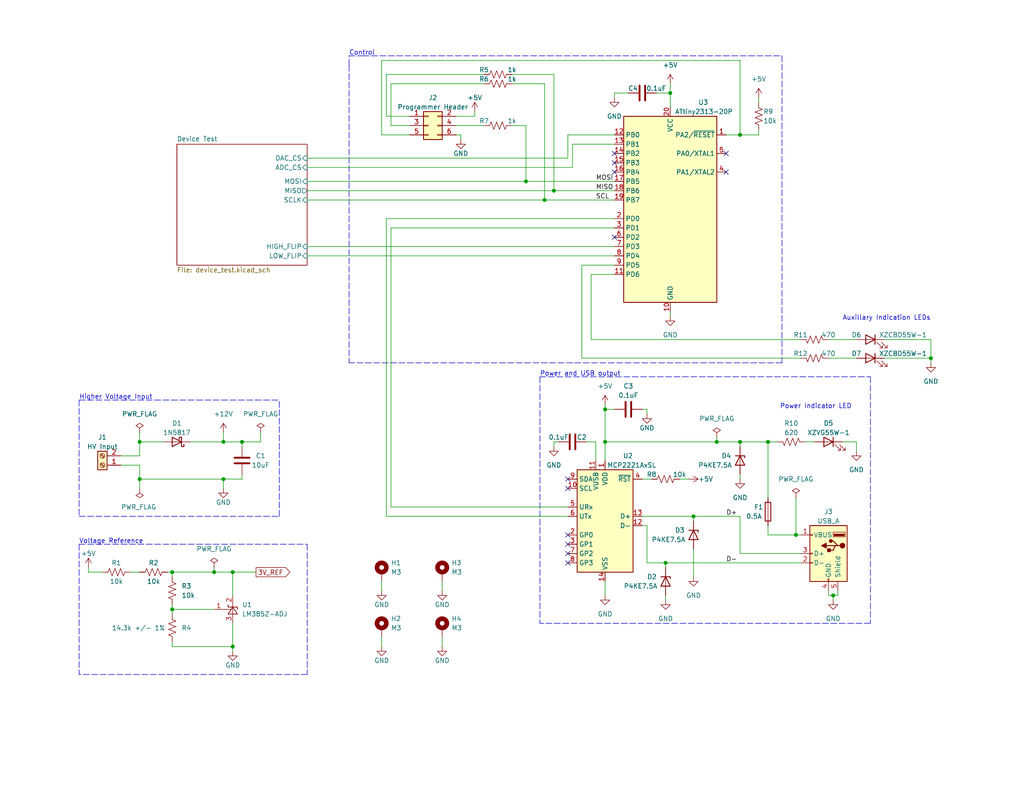
<source format=kicad_sch>
(kicad_sch (version 20211123) (generator eeschema)
  (paper "USLetter")
  (title_block (title "USB Curve Tracer") (date "2022-04-10") (rev "1") (company "Newton Technologies") (comment 1 "Designed by Marek Newton"))
  (lib_symbols
    (symbol "Connector:Screw_Terminal_01x02" (pin_names (offset 1.016) hide)
      (property "Reference" "J" (at 0 2.54 0))
      (property "Value" "Screw_Terminal_01x02" (at 0 -5.08 0))
      (symbol "Screw_Terminal_01x02_1_1"
        (rectangle (start -1.27 1.27) (end 1.27 -3.81) (stroke (width 0.254)) (fill (type background)))
        (circle (center 0 -2.54) (radius 0.635) (stroke (width 0.1524)))
        (polyline (pts (xy -0.5334 -2.2098) (xy 0.3302 -3.048)) (stroke (width 0.1524)))
        (polyline (pts (xy -0.5334 0.3302) (xy 0.3302 -0.508)) (stroke (width 0.1524)))
        (polyline (pts (xy -0.3556 -2.032) (xy 0.508 -2.8702)) (stroke (width 0.1524)))
        (polyline (pts (xy -0.3556 0.508) (xy 0.508 -0.3302)) (stroke (width 0.1524)))
        (circle (center 0 0) (radius 0.635) (stroke (width 0.1524)))
        (pin passive line (at -5.08 0 0) (length 3.81) (name "Pin_1") (number "1"))
        (pin passive line (at -5.08 -2.54 0) (length 3.81) (name "Pin_2") (number "2"))
      )
    )
    (symbol "Connector:USB_A" (pin_names (offset 1.016))
      (property "Reference" "J" (at -5.08 11.43 0))
      (property "Value" "USB_A" (at -5.08 8.89 0))
      (symbol "USB_A_0_1"
        (rectangle (start -5.08 -7.62) (end 5.08 7.62) (stroke (width 0.254)) (fill (type background)))
        (circle (center -3.81 2.159) (radius 0.635) (stroke (width 0.254)) (fill (type outline)))
        (rectangle (start -1.524 4.826) (end -4.318 5.334) (fill (type outline)))
        (rectangle (start -1.27 4.572) (end -4.572 5.842))
        (circle (center -0.635 3.429) (radius 0.381) (stroke (width 0.254)) (fill (type outline)))
        (rectangle (start -0.127 -7.62) (end 0.127 -6.858))
        (polyline (pts (xy -3.175 2.159) (xy -2.54 2.159) (xy -1.27 3.429) (xy -0.635 3.429)) (stroke (width 0.254)))
        (polyline (pts (xy -2.54 2.159) (xy -1.905 2.159) (xy -1.27 0.889) (xy 0 0.889)) (stroke (width 0.254)))
        (polyline (pts (xy 0.635 2.794) (xy 0.635 1.524) (xy 1.905 2.159) (xy 0.635 2.794)) (stroke (width 0.254)) (fill (type outline)))
        (rectangle (start 0.254 1.27) (end -0.508 0.508) (stroke (width 0.254)) (fill (type outline)))
        (rectangle (start 5.08 -2.667) (end 4.318 -2.413))
        (rectangle (start 5.08 -0.127) (end 4.318 0.127))
        (rectangle (start 5.08 4.953) (end 4.318 5.207))
      )
      (symbol "USB_A_1_1"
        (polyline (pts (xy -1.905 2.159) (xy 0.635 2.159)) (stroke (width 0.254)))
        (pin power_in line (at 7.62 5.08 180) (length 2.54) (name "VBUS") (number "1"))
        (pin bidirectional line (at 7.62 -2.54 180) (length 2.54) (name "D-") (number "2"))
        (pin bidirectional line (at 7.62 0 180) (length 2.54) (name "D+") (number "3"))
        (pin power_in line (at 0 -10.16 90) (length 2.54) (name "GND") (number "4"))
        (pin passive line (at -2.54 -10.16 90) (length 2.54) (name "Shield") (number "5"))
      )
    )
    (symbol "Connector_Generic:Conn_02x03_Odd_Even" (pin_names (offset 1.016) hide)
      (property "Reference" "J" (at 1.27 5.08 0))
      (property "Value" "Conn_02x03_Odd_Even" (at 1.27 -5.08 0))
      (symbol "Conn_02x03_Odd_Even_1_1"
        (rectangle (start -1.27 -2.413) (end 0 -2.667) (stroke (width 0.1524)))
        (rectangle (start -1.27 0.127) (end 0 -0.127) (stroke (width 0.1524)))
        (rectangle (start -1.27 2.667) (end 0 2.413) (stroke (width 0.1524)))
        (rectangle (start -1.27 3.81) (end 3.81 -3.81) (stroke (width 0.254)) (fill (type background)))
        (rectangle (start 3.81 -2.413) (end 2.54 -2.667) (stroke (width 0.1524)))
        (rectangle (start 3.81 0.127) (end 2.54 -0.127) (stroke (width 0.1524)))
        (rectangle (start 3.81 2.667) (end 2.54 2.413) (stroke (width 0.1524)))
        (pin passive line (at -5.08 2.54 0) (length 3.81) (name "Pin_1") (number "1"))
        (pin passive line (at 7.62 2.54 180) (length 3.81) (name "Pin_2") (number "2"))
        (pin passive line (at -5.08 0 0) (length 3.81) (name "Pin_3") (number "3"))
        (pin passive line (at 7.62 0 180) (length 3.81) (name "Pin_4") (number "4"))
        (pin passive line (at -5.08 -2.54 0) (length 3.81) (name "Pin_5") (number "5"))
        (pin passive line (at 7.62 -2.54 180) (length 3.81) (name "Pin_6") (number "6"))
      )
    )
    (symbol "Device:C" (pin_numbers hide) (pin_names (offset 0.254))
      (property "Reference" "C" (at 0.635 2.54 0))
      (property "Value" "C" (at 0.635 -2.54 0))
      (symbol "C_0_1"
        (polyline (pts (xy -2.032 -0.762) (xy 2.032 -0.762)) (stroke (width 0.508)))
        (polyline (pts (xy -2.032 0.762) (xy 2.032 0.762)) (stroke (width 0.508)))
      )
      (symbol "C_1_1"
        (pin passive line (at 0 3.81 270) (length 2.794) (name "~") (number "1"))
        (pin passive line (at 0 -3.81 90) (length 2.794) (name "~") (number "2"))
      )
    )
    (symbol "Device:D_Zener" (pin_numbers hide) (pin_names (offset 1.016) hide)
      (property "Reference" "D" (at 0 2.54 0))
      (property "Value" "D_Zener" (at 0 -2.54 0))
      (symbol "D_Zener_0_1"
        (polyline (pts (xy 1.27 0) (xy -1.27 0)))
        (polyline (pts (xy -1.27 -1.27) (xy -1.27 1.27) (xy -0.762 1.27)) (stroke (width 0.254)))
        (polyline (pts (xy 1.27 -1.27) (xy 1.27 1.27) (xy -1.27 0) (xy 1.27 -1.27)) (stroke (width 0.254)))
      )
      (symbol "D_Zener_1_1"
        (pin passive line (at -3.81 0 0) (length 2.54) (name "K") (number "1"))
        (pin passive line (at 3.81 0 180) (length 2.54) (name "A") (number "2"))
      )
    )
    (symbol "Device:Fuse" (pin_numbers hide) (pin_names (offset 0))
      (property "Reference" "F" (at 2.032 0 90))
      (property "Value" "Fuse" (at -1.905 0 90))
      (symbol "Fuse_0_1"
        (rectangle (start -0.762 -2.54) (end 0.762 2.54) (stroke (width 0.254)))
        (polyline (pts (xy 0 2.54) (xy 0 -2.54)))
      )
      (symbol "Fuse_1_1"
        (pin passive line (at 0 3.81 270) (length 1.27) (name "~") (number "1"))
        (pin passive line (at 0 -3.81 90) (length 1.27) (name "~") (number "2"))
      )
    )
    (symbol "Device:LED" (pin_numbers hide) (pin_names (offset 1.016) hide)
      (property "Reference" "D" (at 0 2.54 0))
      (property "Value" "LED" (at 0 -2.54 0))
      (symbol "LED_0_1"
        (polyline (pts (xy -1.27 -1.27) (xy -1.27 1.27)) (stroke (width 0.254)))
        (polyline (pts (xy -1.27 0) (xy 1.27 0)))
        (polyline (pts (xy 1.27 -1.27) (xy 1.27 1.27) (xy -1.27 0) (xy 1.27 -1.27)) (stroke (width 0.254)))
        (polyline (pts (xy -3.048 -0.762) (xy -4.572 -2.286) (xy -3.81 -2.286) (xy -4.572 -2.286) (xy -4.572 -1.524)))
        (polyline (pts (xy -1.778 -0.762) (xy -3.302 -2.286) (xy -2.54 -2.286) (xy -3.302 -2.286) (xy -3.302 -1.524)))
      )
      (symbol "LED_1_1"
        (pin passive line (at -3.81 0 0) (length 2.54) (name "K") (number "1"))
        (pin passive line (at 3.81 0 180) (length 2.54) (name "A") (number "2"))
      )
    )
    (symbol "Device:R_US" (pin_numbers hide) (pin_names (offset 0))
      (property "Reference" "R" (at 2.54 0 90))
      (property "Value" "R_US" (at -2.54 0 90))
      (symbol "R_US_0_1"
        (polyline (pts (xy 0 -2.286) (xy 0 -2.54)))
        (polyline (pts (xy 0 2.286) (xy 0 2.54)))
        (polyline (pts (xy 0 -0.762) (xy 1.016 -1.143) (xy 0 -1.524) (xy -1.016 -1.905) (xy 0 -2.286)))
        (polyline (pts (xy 0 0.762) (xy 1.016 0.381) (xy 0 0) (xy -1.016 -0.381) (xy 0 -0.762)))
        (polyline (pts (xy 0 2.286) (xy 1.016 1.905) (xy 0 1.524) (xy -1.016 1.143) (xy 0 0.762)))
      )
      (symbol "R_US_1_1"
        (pin passive line (at 0 3.81 270) (length 1.27) (name "~") (number "1"))
        (pin passive line (at 0 -3.81 90) (length 1.27) (name "~") (number "2"))
      )
    )
    (symbol "Diode:1N5817" (pin_numbers hide) (pin_names (offset 1.016) hide)
      (property "Reference" "D" (at 0 2.54 0))
      (property "Value" "1N5817" (at 0 -2.54 0))
      (symbol "1N5817_0_1"
        (polyline (pts (xy 1.27 0) (xy -1.27 0)))
        (polyline (pts (xy 1.27 1.27) (xy 1.27 -1.27) (xy -1.27 0) (xy 1.27 1.27)) (stroke (width 0.254)))
        (polyline (pts (xy -1.905 0.635) (xy -1.905 1.27) (xy -1.27 1.27) (xy -1.27 -1.27) (xy -0.635 -1.27) (xy -0.635 -0.635)) (stroke (width 0.254)))
      )
      (symbol "1N5817_1_1"
        (pin passive line (at -3.81 0 0) (length 2.54) (name "K") (number "1"))
        (pin passive line (at 3.81 0 180) (length 2.54) (name "A") (number "2"))
      )
    )
    (symbol "Interface_USB:MCP2221AxSL"
      (property "Reference" "U" (at -7.62 16.51 0))
      (property "Value" "MCP2221AxSL" (at 12.7 16.51 0))
      (symbol "MCP2221AxSL_0_1"
        (rectangle (start -7.62 15.24) (end 7.62 -12.7) (stroke (width 0.254)) (fill (type background)))
      )
      (symbol "MCP2221AxSL_1_1"
        (pin power_in line (at 0 17.78 270) (length 2.54) (name "VDD") (number "1"))
        (pin bidirectional line (at 10.16 10.16 180) (length 2.54) (name "SCL") (number "10"))
        (pin passive line (at 2.54 17.78 270) (length 2.54) (name "VUSB") (number "11"))
        (pin bidirectional line (at -10.16 0 0) (length 2.54) (name "D-") (number "12"))
        (pin bidirectional line (at -10.16 2.54 0) (length 2.54) (name "D+") (number "13"))
        (pin power_in line (at 0 -15.24 90) (length 2.54) (name "VSS") (number "14"))
        (pin bidirectional line (at 10.16 -2.54 180) (length 2.54) (name "GP0") (number "2"))
        (pin bidirectional line (at 10.16 -5.08 180) (length 2.54) (name "GP1") (number "3"))
        (pin input line (at -10.16 12.7 0) (length 2.54) (name "~{RST}") (number "4"))
        (pin input line (at 10.16 5.08 180) (length 2.54) (name "URx") (number "5"))
        (pin output line (at 10.16 2.54 180) (length 2.54) (name "UTx") (number "6"))
        (pin bidirectional line (at 10.16 -7.62 180) (length 2.54) (name "GP2") (number "7"))
        (pin bidirectional line (at 10.16 -10.16 180) (length 2.54) (name "GP3") (number "8"))
        (pin bidirectional line (at 10.16 12.7 180) (length 2.54) (name "SDA") (number "9"))
      )
    )
    (symbol "MCU_Microchip_ATtiny:ATtiny2313-20P"
      (property "Reference" "U" (at -12.7 26.67 0))
      (property "Value" "ATtiny2313-20P" (at 2.54 -26.67 0))
      (symbol "ATtiny2313-20P_0_1"
        (rectangle (start -12.7 -25.4) (end 12.7 25.4) (stroke (width 0.254)) (fill (type background)))
      )
      (symbol "ATtiny2313-20P_1_1"
        (pin bidirectional line (at -15.24 20.32 0) (length 2.54) (name "PA2/~{RESET}") (number "1"))
        (pin power_in line (at 0 -27.94 90) (length 2.54) (name "GND") (number "10"))
        (pin bidirectional line (at 15.24 -17.78 180) (length 2.54) (name "PD6") (number "11"))
        (pin bidirectional line (at 15.24 20.32 180) (length 2.54) (name "PB0") (number "12"))
        (pin bidirectional line (at 15.24 17.78 180) (length 2.54) (name "PB1") (number "13"))
        (pin bidirectional line (at 15.24 15.24 180) (length 2.54) (name "PB2") (number "14"))
        (pin bidirectional line (at 15.24 12.7 180) (length 2.54) (name "PB3") (number "15"))
        (pin bidirectional line (at 15.24 10.16 180) (length 2.54) (name "PB4") (number "16"))
        (pin bidirectional line (at 15.24 7.62 180) (length 2.54) (name "PB5") (number "17"))
        (pin bidirectional line (at 15.24 5.08 180) (length 2.54) (name "PB6") (number "18"))
        (pin bidirectional line (at 15.24 2.54 180) (length 2.54) (name "PB7") (number "19"))
        (pin bidirectional line (at 15.24 -2.54 180) (length 2.54) (name "PD0") (number "2"))
        (pin power_in line (at 0 27.94 270) (length 2.54) (name "VCC") (number "20"))
        (pin bidirectional line (at 15.24 -5.08 180) (length 2.54) (name "PD1") (number "3"))
        (pin bidirectional line (at -15.24 10.16 0) (length 2.54) (name "PA1/XTAL2") (number "4"))
        (pin bidirectional line (at -15.24 15.24 0) (length 2.54) (name "PA0/XTAL1") (number "5"))
        (pin bidirectional line (at 15.24 -7.62 180) (length 2.54) (name "PD2") (number "6"))
        (pin bidirectional line (at 15.24 -10.16 180) (length 2.54) (name "PD3") (number "7"))
        (pin bidirectional line (at 15.24 -12.7 180) (length 2.54) (name "PD4") (number "8"))
        (pin bidirectional line (at 15.24 -15.24 180) (length 2.54) (name "PD5") (number "9"))
      )
    )
    (symbol "Mechanical:MountingHole_Pad" (pin_numbers hide) (pin_names (offset 1.016) hide)
      (property "Reference" "H" (at 0 6.35 0))
      (property "Value" "MountingHole_Pad" (at 0 4.445 0))
      (symbol "MountingHole_Pad_0_1"
        (circle (center 0 1.27) (radius 1.27) (stroke (width 1.27)))
      )
      (symbol "MountingHole_Pad_1_1"
        (pin input line (at 0 -2.54 90) (length 2.54) (name "1") (number "1"))
      )
    )
    (symbol "Reference_Voltage:LM385Z-ADJ" (pin_names (offset 0.0254) hide)
      (property "Reference" "U" (at 1.905 3.81 0))
      (property "Value" "LM385Z-ADJ" (at 0 -3.175 0))
      (symbol "LM385Z-ADJ_0_1"
        (polyline (pts (xy 0 2.54) (xy 0 0.381)))
        (polyline (pts (xy -1.27 0) (xy 0 0) (xy 1.27 0)))
        (polyline (pts (xy -1.27 -1.27) (xy 0.635 0) (xy -1.27 1.27) (xy -1.27 -1.27)) (stroke (width 0.2032)))
        (polyline (pts (xy 0 -1.27) (xy 0.635 -1.27) (xy 0.635 1.27) (xy 1.27 1.27)) (stroke (width 0.2032)))
      )
      (symbol "LM385Z-ADJ_1_1"
        (pin input line (at 0 5.08 270) (length 2.54) (name "FB") (number "1"))
        (pin passive line (at 3.81 0 180) (length 2.54) (name "K") (number "2"))
        (pin passive line (at -3.81 0 0) (length 2.54) (name "A") (number "3"))
      )
    )
    (symbol "power:+12V" (power) (pin_names (offset 0))
      (property "Value" "+12V" (at 0 3.556 0))
      (symbol "+12V_0_1"
        (polyline (pts (xy -0.762 1.27) (xy 0 2.54)))
        (polyline (pts (xy 0 0) (xy 0 2.54)))
        (polyline (pts (xy 0 2.54) (xy 0.762 1.27)))
      )
      (symbol "+12V_1_1"
        (pin power_in line (at 0 0 90) (length 0) hide (name "+12V") (number "1"))
      )
    )
    (symbol "power:+5V" (power) (pin_names (offset 0))
      (property "Value" "+5V" (at 0 3.556 0))
      (symbol "+5V_0_1"
        (polyline (pts (xy -0.762 1.27) (xy 0 2.54)))
        (polyline (pts (xy 0 0) (xy 0 2.54)))
        (polyline (pts (xy 0 2.54) (xy 0.762 1.27)))
      )
      (symbol "+5V_1_1"
        (pin power_in line (at 0 0 90) (length 0) hide (name "+5V") (number "1"))
      )
    )
    (symbol "power:GND" (power) (pin_names (offset 0))
      (property "Value" "GND" (at 0 -3.81 0))
      (symbol "GND_0_1"
        (polyline (pts (xy 0 0) (xy 0 -1.27) (xy 1.27 -1.27) (xy 0 -2.54) (xy -1.27 -1.27) (xy 0 -1.27)))
      )
      (symbol "GND_1_1"
        (pin power_in line (at 0 0 270) (length 0) hide (name "GND") (number "1"))
      )
    )
    (symbol "power:PWR_FLAG" (power) (pin_numbers hide) (pin_names (offset 0) hide)
      (property "Value" "PWR_FLAG" (at 0 3.81 0))
      (symbol "PWR_FLAG_0_0"
        (pin power_out line (at 0 0 90) (length 0) (name "pwr") (number "1"))
      )
      (symbol "PWR_FLAG_0_1"
        (polyline (pts (xy 0 0) (xy 0 1.27) (xy -1.016 1.905) (xy 0 2.54) (xy 1.016 1.905) (xy 0 1.27)))
      )
    )
  )
  (junction (at 38.1 120.65))
  (junction (at 189.23 140.97))
  (junction (at 209.55 120.65))
  (junction (at 201.93 120.65))
  (junction (at 195.58 120.65))
  (junction (at 143.51 49.53))
  (junction (at 148.59 54.61))
  (junction (at 63.5 156.21))
  (junction (at 46.99 166.37))
  (junction (at 151.13 52.07))
  (junction (at 254 97.79))
  (junction (at 63.5 176.53))
  (junction (at 201.93 36.83))
  (junction (at 60.96 130.81))
  (junction (at 182.88 25.4))
  (junction (at 58.42 156.21))
  (junction (at 66.04 120.65))
  (junction (at 60.96 120.65))
  (junction (at 38.1 130.81))
  (junction (at 217.17 146.05))
  (junction (at 165.1 111.76))
  (junction (at 227.33 162.56))
  (junction (at 181.61 153.67))
  (junction (at 46.99 156.21))
  (junction (at 165.1 120.65))
  (no_connect (at 167.64 41.91))
  (no_connect (at 167.64 64.77))
  (no_connect (at 154.94 130.81))
  (no_connect (at 154.94 133.35))
  (no_connect (at 154.94 153.67))
  (no_connect (at 154.94 151.13))
  (no_connect (at 154.94 148.59))
  (no_connect (at 154.94 146.05))
  (no_connect (at 198.12 41.91))
  (no_connect (at 198.12 46.99))
  (no_connect (at 167.64 44.45))
  (no_connect (at 167.64 46.99))
  (wire (pts (xy 106.68 138.43) (xy 154.94 138.43)))
  (polyline (pts (xy 21.59 140.97) (xy 76.2 140.97)))
  (wire (pts (xy 111.76 31.75) (xy 105.41 31.75)))
  (wire (pts (xy 24.13 156.21) (xy 27.94 156.21)))
  (wire (pts (xy 63.5 170.18) (xy 63.5 176.53)))
  (polyline (pts (xy 213.36 15.24) (xy 213.36 99.06)))
  (wire (pts (xy 46.99 165.1) (xy 46.99 166.37)))
  (polyline (pts (xy 95.25 17.78) (xy 95.25 15.24)))
  (wire (pts (xy 254 97.79) (xy 241.3 97.79)))
  (wire (pts (xy 158.75 72.39) (xy 167.64 72.39)))
  (wire (pts (xy 181.61 162.56) (xy 181.61 163.83)))
  (wire (pts (xy 228.6 161.29) (xy 228.6 162.56)))
  (wire (pts (xy 182.88 25.4) (xy 179.07 25.4)))
  (wire (pts (xy 24.13 154.94) (xy 24.13 156.21)))
  (wire (pts (xy 139.7 20.32) (xy 151.13 20.32)))
  (wire (pts (xy 151.13 20.32) (xy 151.13 52.07)))
  (wire (pts (xy 195.58 119.38) (xy 195.58 120.65)))
  (wire (pts (xy 201.93 151.13) (xy 218.44 151.13)))
  (wire (pts (xy 233.68 97.79) (xy 226.06 97.79)))
  (wire (pts (xy 58.42 154.94) (xy 58.42 156.21)))
  (wire (pts (xy 158.75 97.79) (xy 158.75 72.39)))
  (wire (pts (xy 66.04 121.92) (xy 66.04 120.65)))
  (wire (pts (xy 63.5 156.21) (xy 63.5 162.56)))
  (wire (pts (xy 161.29 74.93) (xy 167.64 74.93)))
  (wire (pts (xy 35.56 156.21) (xy 38.1 156.21)))
  (wire (pts (xy 182.88 22.86) (xy 182.88 25.4)))
  (wire (pts (xy 254 97.79) (xy 254 92.71)))
  (wire (pts (xy 129.54 30.48) (xy 129.54 31.75)))
  (wire (pts (xy 106.68 62.23) (xy 106.68 138.43)))
  (wire (pts (xy 83.82 43.18) (xy 154.94 43.18)))
  (wire (pts (xy 45.72 156.21) (xy 46.99 156.21)))
  (wire (pts (xy 201.93 120.65) (xy 201.93 121.92)))
  (wire (pts (xy 46.99 176.53) (xy 63.5 176.53)))
  (wire (pts (xy 226.06 162.56) (xy 227.33 162.56)))
  (wire (pts (xy 154.94 43.18) (xy 154.94 36.83)))
  (wire (pts (xy 104.14 16.51) (xy 201.93 16.51)))
  (wire (pts (xy 105.41 31.75) (xy 105.41 20.32)))
  (polyline (pts (xy 83.82 148.59) (xy 83.82 184.15)))
  (wire (pts (xy 58.42 156.21) (xy 63.5 156.21)))
  (wire (pts (xy 52.07 120.65) (xy 60.96 120.65)))
  (wire (pts (xy 189.23 140.97) (xy 201.93 140.97)))
  (wire (pts (xy 125.73 36.83) (xy 125.73 38.1)))
  (wire (pts (xy 218.44 92.71) (xy 161.29 92.71)))
  (wire (pts (xy 60.96 130.81) (xy 66.04 130.81)))
  (wire (pts (xy 165.1 111.76) (xy 165.1 120.65)))
  (polyline (pts (xy 147.32 102.87) (xy 147.32 170.18)))
  (wire (pts (xy 143.51 34.29) (xy 139.7 34.29)))
  (wire (pts (xy 33.02 124.46) (xy 38.1 124.46)))
  (wire (pts (xy 176.53 111.76) (xy 176.53 113.03)))
  (wire (pts (xy 189.23 149.86) (xy 189.23 157.48)))
  (wire (pts (xy 217.17 135.89) (xy 217.17 146.05)))
  (wire (pts (xy 175.26 111.76) (xy 176.53 111.76)))
  (wire (pts (xy 148.59 54.61) (xy 167.64 54.61)))
  (wire (pts (xy 209.55 143.51) (xy 209.55 146.05)))
  (wire (pts (xy 165.1 110.49) (xy 165.1 111.76)))
  (wire (pts (xy 201.93 16.51) (xy 201.93 36.83)))
  (wire (pts (xy 156.21 39.37) (xy 156.21 45.72)))
  (wire (pts (xy 38.1 120.65) (xy 38.1 124.46)))
  (wire (pts (xy 181.61 153.67) (xy 181.61 154.94)))
  (wire (pts (xy 175.26 140.97) (xy 189.23 140.97)))
  (wire (pts (xy 254 99.06) (xy 254 97.79)))
  (wire (pts (xy 162.56 125.73) (xy 162.56 120.65)))
  (wire (pts (xy 120.65 173.99) (xy 120.65 176.53)))
  (wire (pts (xy 38.1 120.65) (xy 44.45 120.65)))
  (wire (pts (xy 120.65 158.75) (xy 120.65 161.29)))
  (wire (pts (xy 46.99 156.21) (xy 46.99 157.48)))
  (wire (pts (xy 83.82 54.61) (xy 148.59 54.61)))
  (wire (pts (xy 66.04 120.65) (xy 71.12 120.65)))
  (wire (pts (xy 139.7 22.86) (xy 148.59 22.86)))
  (wire (pts (xy 104.14 158.75) (xy 104.14 161.29)))
  (polyline (pts (xy 21.59 109.22) (xy 76.2 109.22)))
  (wire (pts (xy 83.82 69.85) (xy 167.64 69.85)))
  (polyline (pts (xy 21.59 148.59) (xy 83.82 148.59)))
  (wire (pts (xy 233.68 120.65) (xy 229.87 120.65)))
  (polyline (pts (xy 237.49 170.18) (xy 147.32 170.18)))
  (polyline (pts (xy 95.25 17.78) (xy 95.25 99.06)))
  (wire (pts (xy 233.68 123.19) (xy 233.68 120.65)))
  (wire (pts (xy 161.29 92.71) (xy 161.29 74.93)))
  (wire (pts (xy 60.96 130.81) (xy 38.1 130.81)))
  (wire (pts (xy 167.64 25.4) (xy 167.64 26.67)))
  (wire (pts (xy 233.68 92.71) (xy 226.06 92.71)))
  (polyline (pts (xy 147.32 102.87) (xy 237.49 102.87)))
  (wire (pts (xy 38.1 130.81) (xy 38.1 127)))
  (polyline (pts (xy 21.59 109.22) (xy 21.59 140.97)))
  (wire (pts (xy 104.14 36.83) (xy 104.14 16.51)))
  (wire (pts (xy 222.25 120.65) (xy 219.71 120.65)))
  (polyline (pts (xy 21.59 148.59) (xy 21.59 184.15)))
  (wire (pts (xy 63.5 156.21) (xy 69.85 156.21)))
  (wire (pts (xy 143.51 49.53) (xy 143.51 34.29)))
  (wire (pts (xy 167.64 49.53) (xy 143.51 49.53)))
  (polyline (pts (xy 95.25 15.24) (xy 99.06 15.24)))
  (wire (pts (xy 71.12 120.65) (xy 71.12 118.11)))
  (polyline (pts (xy 237.49 102.87) (xy 237.49 170.18)))
  (wire (pts (xy 151.13 52.07) (xy 167.64 52.07)))
  (wire (pts (xy 60.96 120.65) (xy 66.04 120.65)))
  (wire (pts (xy 241.3 92.71) (xy 254 92.71)))
  (wire (pts (xy 38.1 130.81) (xy 38.1 133.35)))
  (wire (pts (xy 176.53 153.67) (xy 181.61 153.67)))
  (wire (pts (xy 201.93 129.54) (xy 201.93 130.81)))
  (wire (pts (xy 165.1 120.65) (xy 165.1 125.73)))
  (wire (pts (xy 217.17 146.05) (xy 209.55 146.05)))
  (wire (pts (xy 198.12 36.83) (xy 201.93 36.83)))
  (wire (pts (xy 60.96 133.35) (xy 60.96 130.81)))
  (wire (pts (xy 165.1 120.65) (xy 195.58 120.65)))
  (wire (pts (xy 226.06 161.29) (xy 226.06 162.56)))
  (wire (pts (xy 201.93 151.13) (xy 201.93 140.97)))
  (wire (pts (xy 124.46 34.29) (xy 132.08 34.29)))
  (wire (pts (xy 46.99 166.37) (xy 58.42 166.37)))
  (wire (pts (xy 207.01 26.67) (xy 207.01 27.94)))
  (wire (pts (xy 60.96 120.65) (xy 60.96 118.11)))
  (wire (pts (xy 154.94 36.83) (xy 167.64 36.83)))
  (wire (pts (xy 209.55 120.65) (xy 209.55 135.89)))
  (wire (pts (xy 46.99 175.26) (xy 46.99 176.53)))
  (polyline (pts (xy 99.06 15.24) (xy 213.36 15.24)))
  (wire (pts (xy 66.04 129.54) (xy 66.04 130.81)))
  (wire (pts (xy 201.93 36.83) (xy 207.01 36.83)))
  (wire (pts (xy 124.46 31.75) (xy 129.54 31.75)))
  (wire (pts (xy 83.82 49.53) (xy 143.51 49.53)))
  (wire (pts (xy 181.61 153.67) (xy 218.44 153.67)))
  (wire (pts (xy 105.41 59.69) (xy 105.41 140.97)))
  (wire (pts (xy 195.58 120.65) (xy 201.93 120.65)))
  (wire (pts (xy 175.26 130.81) (xy 177.8 130.81)))
  (wire (pts (xy 151.13 121.92) (xy 151.13 120.65)))
  (wire (pts (xy 171.45 25.4) (xy 167.64 25.4)))
  (wire (pts (xy 182.88 85.09) (xy 182.88 86.36)))
  (wire (pts (xy 167.64 39.37) (xy 156.21 39.37)))
  (wire (pts (xy 162.56 120.65) (xy 160.02 120.65)))
  (wire (pts (xy 227.33 162.56) (xy 228.6 162.56)))
  (wire (pts (xy 38.1 118.11) (xy 38.1 120.65)))
  (wire (pts (xy 167.64 111.76) (xy 165.1 111.76)))
  (wire (pts (xy 207.01 35.56) (xy 207.01 36.83)))
  (wire (pts (xy 106.68 34.29) (xy 106.68 22.86)))
  (wire (pts (xy 156.21 45.72) (xy 83.82 45.72)))
  (polyline (pts (xy 76.2 140.97) (xy 76.2 109.22)))
  (wire (pts (xy 33.02 127) (xy 38.1 127)))
  (wire (pts (xy 148.59 22.86) (xy 148.59 54.61)))
  (wire (pts (xy 46.99 166.37) (xy 46.99 167.64)))
  (wire (pts (xy 83.82 67.31) (xy 167.64 67.31)))
  (wire (pts (xy 176.53 143.51) (xy 176.53 153.67)))
  (wire (pts (xy 167.64 59.69) (xy 105.41 59.69)))
  (wire (pts (xy 167.64 62.23) (xy 106.68 62.23)))
  (wire (pts (xy 124.46 36.83) (xy 125.73 36.83)))
  (wire (pts (xy 189.23 140.97) (xy 189.23 142.24)))
  (wire (pts (xy 83.82 52.07) (xy 151.13 52.07)))
  (wire (pts (xy 104.14 36.83) (xy 111.76 36.83)))
  (wire (pts (xy 63.5 176.53) (xy 63.5 177.8)))
  (wire (pts (xy 105.41 20.32) (xy 132.08 20.32)))
  (wire (pts (xy 209.55 120.65) (xy 212.09 120.65)))
  (wire (pts (xy 209.55 120.65) (xy 201.93 120.65)))
  (polyline (pts (xy 83.82 184.15) (xy 21.59 184.15)))
  (wire (pts (xy 182.88 25.4) (xy 182.88 29.21)))
  (wire (pts (xy 227.33 162.56) (xy 227.33 163.83)))
  (wire (pts (xy 106.68 22.86) (xy 132.08 22.86)))
  (wire (pts (xy 185.42 130.81) (xy 187.96 130.81)))
  (wire (pts (xy 111.76 34.29) (xy 106.68 34.29)))
  (wire (pts (xy 104.14 173.99) (xy 104.14 176.53)))
  (wire (pts (xy 105.41 140.97) (xy 154.94 140.97)))
  (wire (pts (xy 165.1 158.75) (xy 165.1 162.56)))
  (wire (pts (xy 218.44 97.79) (xy 158.75 97.79)))
  (wire (pts (xy 152.4 120.65) (xy 151.13 120.65)))
  (wire (pts (xy 175.26 143.51) (xy 176.53 143.51)))
  (polyline (pts (xy 213.36 99.06) (xy 95.25 99.06)))
  (wire (pts (xy 218.44 146.05) (xy 217.17 146.05)))
  (wire (pts (xy 46.99 156.21) (xy 58.42 156.21)))
  (text "Power Indicator LED" (at 232.41 111.76 180) (effects (font (size 1.27 1.27)) (justify right bottom)))
  (text "Voltage Reference" (at 21.59 148.59 0) (effects (font (size 1.27 1.27)) (justify left bottom)))
  (text "Control" (at 95.25 15.24 0) (effects (font (size 1.27 1.27)) (justify left bottom)))
  (text "Power and USB output" (at 147.32 102.87 0) (effects (font (size 1.27 1.27)) (justify left bottom)))
  (text "Higher Voltage Input" (at 21.59 109.22 0) (effects (font (size 1.27 1.27)) (justify left bottom)))
  (text "Auxillary Indication LEDs" (at 229.87 87.63 0) (effects (font (size 1.27 1.27)) (justify left bottom)))
  (label "D-" (at 198.12 153.67 0))
  (label "MISO" (at 162.56 52.07 0))
  (label "MOSI" (at 162.56 49.53 0))
  (label "D+" (at 198.12 140.97 0))
  (label "SCL" (at 162.56 54.61 0))
  (global_label "3V_REF" (shape output) (at 69.85 156.21 0) (property "Intersheet References" "${INTERSHEET_REFS}" (effects hide)))
  (symbol (lib_id "power:GND") (at 60.96 133.35 0) (unit 1)
    (property "Reference" "#PWR03" (effects hide))
    (property "Value" "GND" (at 60.96 137.16 0))
  )
  (symbol (lib_id "Device:R_US") (at 135.89 20.32 90) (unit 1)
    (property "Reference" "R5" (at 132.08 19.05 90))
    (property "Value" "1k" (at 139.7 19.05 90))
    (property "Footprint" "Resistor_THT:R_Axial_DIN0207_L6.3mm_D2.5mm_P7.62mm_Horizontal" (effects hide))
  )
  (symbol (lib_id "Device:R_US") (at 46.99 161.29 0) (unit 1)
    (property "Reference" "R3" (at 49.53 160.0199 0) (effects (justify left)))
    (property "Value" "10k" (at 49.53 162.5599 0) (effects (justify left)))
    (property "Footprint" "Resistor_THT:R_Axial_DIN0207_L6.3mm_D2.5mm_P7.62mm_Horizontal" (effects hide))
  )
  (symbol (lib_id "Connector_Generic:Conn_02x03_Odd_Even") (at 116.84 34.29 0) (unit 1)
    (property "Reference" "J2" (at 118.11 26.67 0))
    (property "Value" "Programmer Header" (at 118.11 29.21 0))
    (property "Footprint" "Connector_PinSocket_2.54mm:PinSocket_2x03_P2.54mm_Vertical" (effects hide))
  )
  (symbol (lib_id "power:GND") (at 233.68 123.19 0) (mirror y) (unit 1)
    (property "Reference" "#PWR024" (effects hide))
    (property "Value" "GND" (at 233.68 128.27 0))
  )
  (symbol (lib_id "Device:R_US") (at 207.01 31.75 0) (unit 1)
    (property "Reference" "R9" (at 208.28 30.48 0) (effects (justify left)))
    (property "Value" "10k" (at 208.28 33.02 0) (effects (justify left)))
    (property "Footprint" "Resistor_THT:R_Axial_DIN0207_L6.3mm_D2.5mm_P7.62mm_Horizontal" (effects hide))
  )
  (symbol (lib_id "Device:C") (at 171.45 111.76 270) (mirror x) (unit 1)
    (property "Reference" "C3" (at 171.45 105.41 90))
    (property "Value" "0.1uF" (at 171.45 107.95 90))
    (property "Footprint" "Capacitor_THT:C_Disc_D6.0mm_W2.5mm_P5.00mm" (effects hide))
  )
  (symbol (lib_id "power:PWR_FLAG") (at 71.12 118.11 0) (unit 1)
    (property "Reference" "#FLG0101" (effects hide))
    (property "Value" "PWR_FLAG" (at 71.12 113.03 0))
  )
  (symbol (lib_id "power:+5V") (at 165.1 110.49 0) (mirror y) (unit 1)
    (property "Reference" "#PWR012" (effects hide))
    (property "Value" "+5V" (at 165.1 105.41 0))
  )
  (symbol (lib_id "power:GND") (at 63.5 177.8 0) (unit 1)
    (property "Reference" "#PWR04" (effects hide))
    (property "Value" "GND" (at 63.5 181.61 0))
  )
  (symbol (lib_id "Device:C") (at 66.04 125.73 0) (mirror x) (unit 1)
    (property "Reference" "C1" (at 71.12 124.46 0))
    (property "Value" "10uF" (at 71.12 127 0))
    (property "Footprint" "Capacitor_THT:C_Disc_D6.0mm_W2.5mm_P5.00mm" (effects hide))
  )
  (symbol (lib_id "power:GND") (at 125.73 38.1 0) (mirror y) (unit 1)
    (property "Reference" "#PWR09" (effects hide))
    (property "Value" "GND" (at 125.73 41.91 0))
  )
  (symbol (lib_id "power:PWR_FLAG") (at 217.17 135.89 0) (unit 1)
    (property "Reference" "#FLG05" (effects hide))
    (property "Value" "PWR_FLAG" (at 217.17 130.81 0))
  )
  (symbol (lib_id "Device:C") (at 156.21 120.65 270) (mirror x) (unit 1)
    (property "Reference" "C2" (at 158.75 119.38 90))
    (property "Value" "0.1uF" (at 152.4 119.38 90))
    (property "Footprint" "Capacitor_THT:C_Disc_D6.0mm_W2.5mm_P5.00mm" (effects hide))
  )
  (symbol (lib_id "Device:R_US") (at 46.99 171.45 0) (unit 1)
    (property "Reference" "R4" (at 49.53 171.45 0) (effects (justify left)))
    (property "Value" "14.3k +/- 1%" (at 30.48 171.45 0) (effects (justify left)))
    (property "Footprint" "Resistor_THT:R_Axial_DIN0207_L6.3mm_D2.5mm_P7.62mm_Horizontal" (effects hide))
  )
  (symbol (lib_id "power:GND") (at 189.23 157.48 0) (mirror y) (unit 1)
    (property "Reference" "#PWR020" (effects hide))
    (property "Value" "GND" (at 189.23 162.56 0))
  )
  (symbol (lib_id "power:PWR_FLAG") (at 195.58 119.38 0) (unit 1)
    (property "Reference" "#FLG04" (effects hide))
    (property "Value" "PWR_FLAG" (at 195.58 114.3 0))
  )
  (symbol (lib_id "Device:LED") (at 226.06 120.65 0) (mirror y) (unit 1)
    (property "Reference" "D5" (at 226.06 115.57 0))
    (property "Value" "XZVG55W-1" (at 226.06 118.11 0))
    (property "Footprint" "LED_SMD:LED_1206_3216Metric_Pad1.42x1.75mm_HandSolder" (effects hide))
  )
  (symbol (lib_id "Mechanical:MountingHole_Pad") (at 104.14 156.21 0) (unit 1)
    (property "Reference" "H1" (at 106.68 153.6699 0) (effects (justify left)))
    (property "Value" "M3" (at 106.68 156.2099 0) (effects (justify left)))
    (property "Footprint" "MountingHole:MountingHole_3.2mm_M3_Pad_Via" (effects hide))
  )
  (symbol (lib_id "Device:C") (at 175.26 25.4 90) (unit 1)
    (property "Reference" "C4" (at 172.72 24.13 90))
    (property "Value" "0.1uF" (at 179.07 24.13 90))
    (property "Footprint" "Capacitor_THT:C_Disc_D6.0mm_W2.5mm_P5.00mm" (effects hide))
  )
  (symbol (lib_id "power:+5V") (at 187.96 130.81 270) (unit 1)
    (property "Reference" "#PWR019" (effects hide))
    (property "Value" "+5V" (at 190.5 130.81 90) (effects (justify left)))
  )
  (symbol (lib_id "power:PWR_FLAG") (at 58.42 154.94 0) (unit 1)
    (property "Reference" "#FLG03" (effects hide))
    (property "Value" "PWR_FLAG" (at 58.42 149.86 0))
  )
  (symbol (lib_id "Device:D_Zener") (at 189.23 146.05 270) (unit 1)
    (property "Reference" "D3" (at 184.15 144.78 90) (effects (justify left)))
    (property "Value" "P4KE7.5A" (at 177.8 147.32 90) (effects (justify left)))
    (property "Footprint" "Diode_THT:D_DO-41_SOD81_P7.62mm_Horizontal" (effects hide))
  )
  (symbol (lib_id "power:GND") (at 120.65 161.29 0) (unit 1)
    (property "Reference" "#PWR07" (effects hide))
    (property "Value" "GND" (at 120.65 165.1 0))
  )
  (symbol (lib_id "Device:Fuse") (at 209.55 139.7 180) (unit 1)
    (property "Reference" "F1" (at 207.01 138.43 0))
    (property "Value" "0.5A" (at 205.74 140.97 0))
    (property "Footprint" "Fuse:Fuse_1206_3216Metric_Pad1.42x1.75mm_HandSolder" (effects hide))
  )
  (symbol (lib_id "Connector:Screw_Terminal_01x02") (at 27.94 127 180) (unit 1)
    (property "Reference" "J1" (at 27.94 119.38 0))
    (property "Value" "HV Input" (at 27.94 121.92 0))
    (property "Footprint" "TerminalBlock_Phoenix:TerminalBlock_Phoenix_MKDS-1,5-2-5.08_1x02_P5.08mm_Horizontal" (effects hide))
  )
  (symbol (lib_id "Device:D_Zener") (at 201.93 125.73 270) (unit 1)
    (property "Reference" "D4" (at 196.85 124.46 90) (effects (justify left)))
    (property "Value" "P4KE7.5A" (at 190.5 127 90) (effects (justify left)))
    (property "Footprint" "Diode_THT:D_DO-41_SOD81_P7.62mm_Horizontal" (effects hide))
  )
  (symbol (lib_id "Device:LED") (at 237.49 92.71 0) (mirror y) (unit 1)
    (property "Reference" "D6" (at 233.68 91.44 0))
    (property "Value" "XZCBD55W-1" (at 246.38 91.44 0))
    (property "Footprint" "LED_SMD:LED_1206_3216Metric_Pad1.42x1.75mm_HandSolder" (effects hide))
  )
  (symbol (lib_id "power:GND") (at 254 99.06 0) (unit 1)
    (property "Reference" "#PWR025" (effects hide))
    (property "Value" "GND" (at 254 104.14 0))
  )
  (symbol (lib_id "Interface_USB:MCP2221AxSL") (at 165.1 143.51 0) (mirror y) (unit 1)
    (property "Reference" "U2" (at 172.72 124.46 0) (effects (justify left)))
    (property "Value" "MCP2221AxSL" (at 179.07 127 0) (effects (justify left)))
    (property "Footprint" "Package_SO:SOIC-14_3.9x8.7mm_P1.27mm" (effects hide))
    (property "Datasheet" "http://ww1.microchip.com/downloads/en/DeviceDoc/20005565B.pdf" (effects hide))
  )
  (symbol (lib_id "Connector:USB_A") (at 226.06 151.13 0) (mirror y) (unit 1)
    (property "Reference" "J3" (at 226.06 139.7 0))
    (property "Value" "USB_A" (at 226.06 142.24 0))
    (property "Footprint" "Connector_USB:USB_B_OST_USB-B1HSxx_Horizontal" (effects hide))
    (property "Datasheet" " ~" (effects hide))
  )
  (symbol (lib_id "Device:R_US") (at 181.61 130.81 90) (unit 1)
    (property "Reference" "R8" (at 177.8 129.54 90))
    (property "Value" "10k" (at 185.42 129.54 90))
    (property "Footprint" "Resistor_THT:R_Axial_DIN0207_L6.3mm_D2.5mm_P7.62mm_Horizontal" (effects hide))
  )
  (symbol (lib_id "power:GND") (at 176.53 113.03 0) (mirror y) (unit 1)
    (property "Reference" "#PWR015" (effects hide))
    (property "Value" "GND" (at 176.53 116.84 0))
  )
  (symbol (lib_id "power:+5V") (at 182.88 22.86 0) (mirror y) (unit 1)
    (property "Reference" "#PWR017" (effects hide))
    (property "Value" "+5V" (at 182.88 17.78 0))
  )
  (symbol (lib_id "Mechanical:MountingHole_Pad") (at 120.65 156.21 0) (unit 1)
    (property "Reference" "H3" (at 123.19 153.6699 0) (effects (justify left)))
    (property "Value" "M3" (at 123.19 156.2099 0) (effects (justify left)))
    (property "Footprint" "MountingHole:MountingHole_3.2mm_M3_Pad_Via" (effects hide))
  )
  (symbol (lib_id "power:GND") (at 151.13 121.92 0) (mirror y) (unit 1)
    (property "Reference" "#PWR011" (effects hide))
    (property "Value" "GND" (at 151.13 127 0))
  )
  (symbol (lib_id "Device:D_Zener") (at 181.61 158.75 270) (unit 1)
    (property "Reference" "D2" (at 176.53 157.48 90) (effects (justify left)))
    (property "Value" "P4KE7.5A" (at 170.18 160.02 90) (effects (justify left)))
    (property "Footprint" "Diode_THT:D_DO-41_SOD81_P7.62mm_Horizontal" (effects hide))
  )
  (symbol (lib_id "power:GND") (at 227.33 163.83 0) (mirror y) (unit 1)
    (property "Reference" "#PWR023" (effects hide))
    (property "Value" "GND" (at 227.33 168.91 0))
  )
  (symbol (lib_id "power:+5V") (at 129.54 30.48 0) (mirror y) (unit 1)
    (property "Reference" "#PWR010" (effects hide))
    (property "Value" "+5V" (at 129.54 26.67 0))
  )
  (symbol (lib_id "power:GND") (at 165.1 162.56 0) (mirror y) (unit 1)
    (property "Reference" "#PWR013" (effects hide))
    (property "Value" "GND" (at 165.1 167.64 0))
  )
  (symbol (lib_id "power:+5V") (at 24.13 154.94 0) (unit 1)
    (property "Reference" "#PWR01" (effects hide))
    (property "Value" "+5V" (at 24.13 151.13 0))
  )
  (symbol (lib_id "MCU_Microchip_ATtiny:ATtiny2313-20P") (at 182.88 57.15 0) (mirror y) (unit 1)
    (property "Reference" "U3" (at 190.5 27.94 0) (effects (justify right)))
    (property "Value" "ATtiny2313-20P" (at 184.15 30.48 0) (effects (justify right)))
    (property "Footprint" "Package_DIP:DIP-20_W7.62mm" (effects hide))
    (property "Datasheet" "http://ww1.microchip.com/downloads/en/DeviceDoc/Atmel-2543-AVR-ATtiny2313_Datasheet.pdf" (effects hide))
  )
  (symbol (lib_id "Diode:1N5817") (at 48.26 120.65 180) (unit 1)
    (property "Reference" "D1" (at 48.26 115.57 0))
    (property "Value" "1N5817" (at 48.26 118.11 0))
    (property "Footprint" "Diode_THT:D_DO-41_SOD81_P10.16mm_Horizontal" (effects hide))
    (property "Datasheet" "http://www.vishay.com/docs/88525/1n5817.pdf" (effects hide))
  )
  (symbol (lib_id "power:PWR_FLAG") (at 38.1 133.35 180) (unit 1)
    (property "Reference" "#FLG02" (effects hide))
    (property "Value" "PWR_FLAG" (at 33.02 138.43 0) (effects (justify right)))
  )
  (symbol (lib_id "power:+12V") (at 60.96 118.11 0) (unit 1)
    (property "Reference" "#PWR02" (effects hide))
    (property "Value" "+12V" (at 60.96 113.03 0))
  )
  (symbol (lib_id "power:PWR_FLAG") (at 38.1 118.11 0) (unit 1)
    (property "Reference" "#FLG01" (effects hide))
    (property "Value" "PWR_FLAG" (at 38.1 113.03 0))
  )
  (symbol (lib_id "Device:LED") (at 237.49 97.79 0) (mirror y) (unit 1)
    (property "Reference" "D7" (at 233.68 96.52 0))
    (property "Value" "XZCBD55W-1" (at 246.38 96.52 0))
    (property "Footprint" "LED_SMD:LED_1206_3216Metric_Pad1.42x1.75mm_HandSolder" (effects hide))
  )
  (symbol (lib_id "Device:R_US") (at 135.89 22.86 90) (unit 1)
    (property "Reference" "R6" (at 132.08 21.59 90))
    (property "Value" "1k" (at 139.7 21.59 90))
    (property "Footprint" "Resistor_THT:R_Axial_DIN0207_L6.3mm_D2.5mm_P7.62mm_Horizontal" (effects hide))
  )
  (symbol (lib_id "Device:R_US") (at 222.25 92.71 270) (mirror x) (unit 1)
    (property "Reference" "R11" (at 218.44 91.44 90))
    (property "Value" "470" (at 226.06 91.44 90))
    (property "Footprint" "Resistor_THT:R_Axial_DIN0207_L6.3mm_D2.5mm_P7.62mm_Horizontal" (effects hide))
  )
  (symbol (lib_id "power:GND") (at 104.14 176.53 0) (unit 1)
    (property "Reference" "#PWR06" (effects hide))
    (property "Value" "GND" (at 104.14 180.34 0))
  )
  (symbol (lib_id "power:GND") (at 181.61 163.83 0) (mirror y) (unit 1)
    (property "Reference" "#PWR016" (effects hide))
    (property "Value" "GND" (at 181.61 168.91 0))
  )
  (symbol (lib_id "power:+5V") (at 207.01 26.67 0) (mirror y) (unit 1)
    (property "Reference" "#PWR022" (effects hide))
    (property "Value" "+5V" (at 207.01 21.59 0))
  )
  (symbol (lib_id "power:GND") (at 120.65 176.53 0) (unit 1)
    (property "Reference" "#PWR08" (effects hide))
    (property "Value" "GND" (at 120.65 180.34 0))
  )
  (symbol (lib_id "Reference_Voltage:LM385Z-ADJ") (at 63.5 166.37 90) (unit 1)
    (property "Reference" "U1" (at 66.04 165.0999 90) (effects (justify right)))
    (property "Value" "LM385Z-ADJ" (at 66.04 167.6399 90) (effects (justify right)))
    (property "Footprint" "Package_TO_SOT_THT:TO-92_Inline" (effects hide))
    (property "Datasheet" "http://www.ti.com/lit/ds/symlink/lm185-adj.pdf" (effects hide))
  )
  (symbol (lib_id "Device:R_US") (at 31.75 156.21 90) (unit 1)
    (property "Reference" "R1" (at 31.75 153.67 90))
    (property "Value" "10k" (at 31.75 158.75 90))
    (property "Footprint" "Resistor_THT:R_Axial_DIN0207_L6.3mm_D2.5mm_P7.62mm_Horizontal" (effects hide))
  )
  (symbol (lib_id "Device:R_US") (at 135.89 34.29 90) (unit 1)
    (property "Reference" "R7" (at 132.08 33.02 90))
    (property "Value" "1k" (at 139.7 33.02 90))
    (property "Footprint" "Resistor_THT:R_Axial_DIN0207_L6.3mm_D2.5mm_P7.62mm_Horizontal" (effects hide))
  )
  (symbol (lib_id "power:GND") (at 104.14 161.29 0) (unit 1)
    (property "Reference" "#PWR05" (effects hide))
    (property "Value" "GND" (at 104.14 165.1 0))
  )
  (symbol (lib_id "power:GND") (at 201.93 130.81 0) (mirror y) (unit 1)
    (property "Reference" "#PWR021" (effects hide))
    (property "Value" "GND" (at 201.93 135.89 0))
  )
  (symbol (lib_id "Device:R_US") (at 222.25 97.79 270) (mirror x) (unit 1)
    (property "Reference" "R12" (at 218.44 96.52 90))
    (property "Value" "470" (at 226.06 96.52 90))
    (property "Footprint" "Resistor_THT:R_Axial_DIN0207_L6.3mm_D2.5mm_P7.62mm_Horizontal" (effects hide))
  )
  (symbol (lib_id "power:GND") (at 182.88 86.36 0) (mirror y) (unit 1)
    (property "Reference" "#PWR018" (effects hide))
    (property "Value" "GND" (at 182.88 91.44 0))
  )
  (symbol (lib_id "Mechanical:MountingHole_Pad") (at 104.14 171.45 0) (unit 1)
    (property "Reference" "H2" (at 106.68 168.9099 0) (effects (justify left)))
    (property "Value" "M3" (at 106.68 171.4499 0) (effects (justify left)))
    (property "Footprint" "MountingHole:MountingHole_3.2mm_M3_Pad_Via" (effects hide))
  )
  (symbol (lib_id "Mechanical:MountingHole_Pad") (at 120.65 171.45 0) (unit 1)
    (property "Reference" "H4" (at 123.19 168.9099 0) (effects (justify left)))
    (property "Value" "M3" (at 123.19 171.4499 0) (effects (justify left)))
    (property "Footprint" "MountingHole:MountingHole_3.2mm_M3_Pad_Via" (effects hide))
  )
  (symbol (lib_id "Device:R_US") (at 215.9 120.65 270) (mirror x) (unit 1)
    (property "Reference" "R10" (at 215.9 115.57 90))
    (property "Value" "620" (at 215.9 118.11 90))
    (property "Footprint" "Resistor_THT:R_Axial_DIN0207_L6.3mm_D2.5mm_P7.62mm_Horizontal" (effects hide))
  )
  (symbol (lib_id "Device:R_US") (at 41.91 156.21 90) (unit 1)
    (property "Reference" "R2" (at 41.91 153.67 90))
    (property "Value" "10k" (at 41.91 158.75 90))
    (property "Footprint" "Resistor_THT:R_Axial_DIN0207_L6.3mm_D2.5mm_P7.62mm_Horizontal" (effects hide))
  )
  (symbol (lib_id "power:GND") (at 167.64 26.67 0) (mirror y) (unit 1)
    (property "Reference" "#PWR014" (effects hide))
    (property "Value" "GND" (at 167.64 31.75 0))
  )
  (sheet (at 48.26 39.37) (size 35.56 33.02) (stroke (width 0.1524))
    (property "Sheet name" "Device Test" (at 48.26 38.6584 0) (effects (justify left bottom)))
    (property "Sheet file" "device_test.kicad_sch" (at 48.26 72.9746 0) (effects (justify left top)))
    (pin "SCLK" input (at 83.82 54.61 0))
    (pin "MOSI" input (at 83.82 49.53 0))
    (pin "MISO" output (at 83.82 52.07 0))
    (pin "HIGH_FLIP" input (at 83.82 67.31 0))
    (pin "LOW_FLIP" input (at 83.82 69.85 0))
    (pin "ADC_CS" input (at 83.82 45.72 0))
    (pin "DAC_CS" input (at 83.82 43.18 0))
  )
)
</source>
